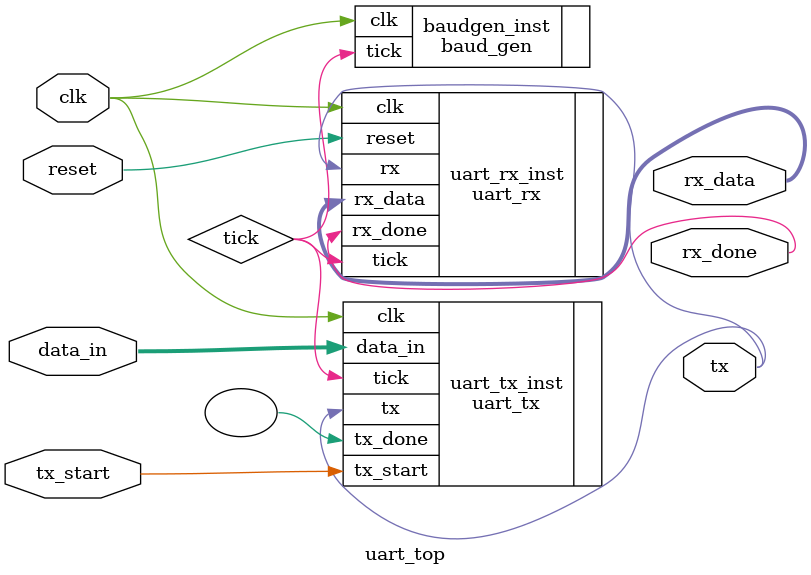
<source format=v>
module uart_top(
    input wire clk,
    input wire reset,
    input wire [7:0] data_in,
    input wire tx_start,
    output wire tx,
    output wire rx_done,
    output wire [7:0] rx_data
);

wire tick;

// 波特率发生器
baud_gen #(
    .CLK_FRE(50000000),
    .BAUD_RATE(115200)
) baudgen_inst (
    .clk(clk),
    .tick(tick)
);

// UART 发送
uart_tx uart_tx_inst (
    .clk(clk),
    .tick(tick),
    .tx_start(tx_start),
    .data_in(data_in),
    .tx(tx),
    .tx_done()
);

// UART 接收，回环测试：rx 直接接 tx
uart_rx uart_rx_inst (
    .clk(clk),
    .tick(tick),
    .rx(tx),       // loopback 测试
    .reset(reset),
    .rx_data(rx_data),
    .rx_done(rx_done)
);

endmodule

</source>
